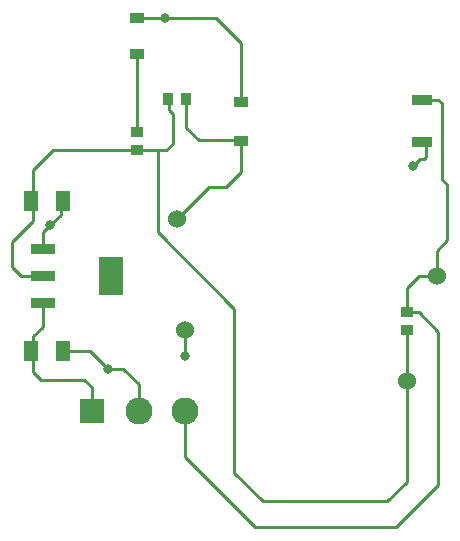
<source format=gbr>
%TF.GenerationSoftware,KiCad,Pcbnew,5.1.10*%
%TF.CreationDate,2021-12-13T06:59:12-07:00*%
%TF.ProjectId,L0004-Photogate,4c303030-342d-4506-986f-746f67617465,rev?*%
%TF.SameCoordinates,Original*%
%TF.FileFunction,Copper,L1,Top*%
%TF.FilePolarity,Positive*%
%FSLAX46Y46*%
G04 Gerber Fmt 4.6, Leading zero omitted, Abs format (unit mm)*
G04 Created by KiCad (PCBNEW 5.1.10) date 2021-12-13 06:59:12*
%MOMM*%
%LPD*%
G01*
G04 APERTURE LIST*
%TA.AperFunction,SMDPad,CuDef*%
%ADD10R,1.295400X0.965200*%
%TD*%
%TA.AperFunction,SMDPad,CuDef*%
%ADD11R,1.020000X0.940000*%
%TD*%
%TA.AperFunction,SMDPad,CuDef*%
%ADD12R,0.940000X1.020000*%
%TD*%
%TA.AperFunction,ComponentPad*%
%ADD13R,2.050000X2.050000*%
%TD*%
%TA.AperFunction,ComponentPad*%
%ADD14C,2.286000*%
%TD*%
%TA.AperFunction,SMDPad,CuDef*%
%ADD15R,2.150000X0.950000*%
%TD*%
%TA.AperFunction,SMDPad,CuDef*%
%ADD16R,2.150000X3.250000*%
%TD*%
%TA.AperFunction,SMDPad,CuDef*%
%ADD17R,1.700000X0.900000*%
%TD*%
%TA.AperFunction,SMDPad,CuDef*%
%ADD18R,1.200000X0.900000*%
%TD*%
%TA.AperFunction,SMDPad,CuDef*%
%ADD19R,1.270000X1.778000*%
%TD*%
%TA.AperFunction,SMDPad,CuDef*%
%ADD20C,1.524000*%
%TD*%
%TA.AperFunction,ViaPad*%
%ADD21C,0.800000*%
%TD*%
%TA.AperFunction,Conductor*%
%ADD22C,0.250000*%
%TD*%
G04 APERTURE END LIST*
D10*
%TO.P,D1,1*%
%TO.N,Earth*%
X109220000Y-70866000D03*
%TO.P,D1,2*%
%TO.N,Net-(D1-Pad2)*%
X109220000Y-73914000D03*
%TD*%
D11*
%TO.P,R3,2*%
%TO.N,VALVEPOS*%
X132080000Y-95730000D03*
%TO.P,R3,1*%
%TO.N,3.3V*%
X132080000Y-97310000D03*
%TD*%
D12*
%TO.P,R2,2*%
%TO.N,Net-(D2-Pad1)*%
X113408520Y-77683360D03*
%TO.P,R2,1*%
%TO.N,3.3V*%
X111828520Y-77683360D03*
%TD*%
D11*
%TO.P,R1,2*%
%TO.N,Net-(D1-Pad2)*%
X109220000Y-80490000D03*
%TO.P,R1,1*%
%TO.N,3.3V*%
X109220000Y-82070000D03*
%TD*%
D13*
%TO.P,P1,1*%
%TO.N,VIN*%
X105410000Y-104140000D03*
D14*
%TO.P,P1,2*%
%TO.N,Earth*%
X109370000Y-104140000D03*
%TO.P,P1,3*%
%TO.N,VALVEPOS*%
X113330000Y-104140000D03*
%TD*%
D15*
%TO.P,U1,1*%
%TO.N,Earth*%
X101240000Y-90410000D03*
%TO.P,U1,2*%
%TO.N,3.3V*%
X101240000Y-92710000D03*
%TO.P,U1,3*%
%TO.N,VIN*%
X101240000Y-95010000D03*
D16*
%TO.P,U1,4*%
%TO.N,Net-(U1-Pad4)*%
X107040000Y-92710000D03*
%TD*%
D17*
%TO.P,Q1,1*%
%TO.N,Earth*%
X133350000Y-81340000D03*
%TO.P,Q1,2*%
%TO.N,VALVEPOS*%
X133350000Y-77840000D03*
%TD*%
D18*
%TO.P,D2,2*%
%TO.N,Earth*%
X118018560Y-77940000D03*
%TO.P,D2,1*%
%TO.N,Net-(D2-Pad1)*%
X118018560Y-81240000D03*
%TD*%
D19*
%TO.P,C1,1*%
%TO.N,VIN*%
X100279200Y-99060000D03*
%TO.P,C1,2*%
%TO.N,Earth*%
X102920800Y-99060000D03*
%TD*%
%TO.P,C2,1*%
%TO.N,3.3V*%
X100279200Y-86360000D03*
%TO.P,C2,2*%
%TO.N,Earth*%
X102920800Y-86360000D03*
%TD*%
D20*
%TO.P,TP1,1*%
%TO.N,3.3V*%
X132080000Y-101600000D03*
%TD*%
%TO.P,TP2,1*%
%TO.N,Net-(D2-Pad1)*%
X112649000Y-87884000D03*
%TD*%
%TO.P,TP3,1*%
%TO.N,Earth*%
X113284000Y-97282000D03*
%TD*%
%TO.P,TP4,1*%
%TO.N,VALVEPOS*%
X134620000Y-92710000D03*
%TD*%
D21*
%TO.N,Earth*%
X106807000Y-100584000D03*
X111633000Y-70866000D03*
X113284000Y-99441000D03*
X101854000Y-88392000D03*
X132598160Y-83403440D03*
%TD*%
D22*
%TO.N,Earth*%
X113284000Y-97282000D02*
X113284000Y-99441000D01*
X109220000Y-70866000D02*
X111633000Y-70866000D01*
X105283000Y-99060000D02*
X106807000Y-100584000D01*
X102749722Y-99060000D02*
X105283000Y-99060000D01*
X101240000Y-89006000D02*
X101854000Y-88392000D01*
X101240000Y-90410000D02*
X101240000Y-89006000D01*
X109370000Y-104140000D02*
X109370000Y-101877000D01*
X108077000Y-100584000D02*
X106807000Y-100584000D01*
X109370000Y-101877000D02*
X108077000Y-100584000D01*
X102749722Y-87496278D02*
X101854000Y-88392000D01*
X102749722Y-86360000D02*
X102749722Y-87496278D01*
X118018560Y-77940000D02*
X118018560Y-73009760D01*
X115874800Y-70866000D02*
X111633000Y-70866000D01*
X118018560Y-73009760D02*
X115874800Y-70866000D01*
X132598160Y-83403440D02*
X133212840Y-82788760D01*
X133212840Y-82788760D02*
X133512560Y-82788760D01*
X133512560Y-82788760D02*
X133654800Y-82646520D01*
X133654800Y-82646520D02*
X133654800Y-81457800D01*
%TO.N,VIN*%
X105410000Y-104140000D02*
X105410000Y-104019722D01*
X100450278Y-99060000D02*
X100450278Y-97796722D01*
X101240000Y-97007000D02*
X101240000Y-95010000D01*
X100450278Y-97796722D02*
X101240000Y-97007000D01*
X105410000Y-104140000D02*
X105410000Y-102108000D01*
X105410000Y-102108000D02*
X104775000Y-101473000D01*
X104775000Y-101473000D02*
X101092000Y-101473000D01*
X100450278Y-100831278D02*
X100450278Y-99060000D01*
X101092000Y-101473000D02*
X100450278Y-100831278D01*
%TO.N,3.3V*%
X132080000Y-101600000D02*
X132080000Y-97310000D01*
X100450278Y-83699722D02*
X100450278Y-86360000D01*
X102080000Y-82070000D02*
X100450278Y-83699722D01*
X109220000Y-82070000D02*
X102080000Y-82070000D01*
X101240000Y-92710000D02*
X99441000Y-92710000D01*
X99441000Y-92710000D02*
X98679000Y-91948000D01*
X98679000Y-91948000D02*
X98679000Y-89789000D01*
X100450278Y-88017722D02*
X100450278Y-86360000D01*
X98679000Y-89789000D02*
X100450278Y-88017722D01*
X110970000Y-82070000D02*
X110970000Y-88999000D01*
X109220000Y-82070000D02*
X110970000Y-82070000D01*
X110970000Y-88999000D02*
X117475000Y-95504000D01*
X117475000Y-95504000D02*
X117475000Y-109347000D01*
X117475000Y-109347000D02*
X119888000Y-111760000D01*
X119888000Y-111760000D02*
X130429000Y-111760000D01*
X132080000Y-110109000D02*
X132080000Y-101600000D01*
X130429000Y-111760000D02*
X132080000Y-110109000D01*
X110970000Y-82070000D02*
X111478000Y-82070000D01*
X111478000Y-82070000D02*
X111691360Y-82070000D01*
X111691360Y-82070000D02*
X112257840Y-81503520D01*
X112257840Y-81503520D02*
X112257840Y-78994000D01*
X112257840Y-78994000D02*
X111917480Y-78653640D01*
X111917480Y-78653640D02*
X111917480Y-77942440D01*
%TO.N,Net-(D1-Pad2)*%
X109220000Y-73914000D02*
X109220000Y-80490000D01*
%TO.N,Net-(D2-Pad1)*%
X112650000Y-87883000D02*
X112649000Y-87884000D01*
X112649000Y-87884000D02*
X115346480Y-85186520D01*
X115346480Y-85186520D02*
X116763800Y-85186520D01*
X116763800Y-85186520D02*
X118028720Y-83921600D01*
X118028720Y-83921600D02*
X118028720Y-81264760D01*
X113408520Y-77683360D02*
X113408520Y-80180240D01*
X113408520Y-80180240D02*
X114442240Y-81213960D01*
X114442240Y-81213960D02*
X117815360Y-81213960D01*
%TO.N,VALVEPOS*%
X113330000Y-104140000D02*
X113330000Y-107996000D01*
X113330000Y-107996000D02*
X119253000Y-113919000D01*
X119253000Y-113919000D02*
X131191000Y-113919000D01*
X131191000Y-113919000D02*
X134747000Y-110363000D01*
X134747000Y-110363000D02*
X134747000Y-97409000D01*
X133068000Y-95730000D02*
X132080000Y-95730000D01*
X134747000Y-97409000D02*
X133068000Y-95730000D01*
X132080000Y-95730000D02*
X132080000Y-93726000D01*
X133096000Y-92710000D02*
X134620000Y-92710000D01*
X132080000Y-93726000D02*
X133096000Y-92710000D01*
X135029000Y-84483000D02*
X135509000Y-84963000D01*
X135509000Y-84963000D02*
X135509000Y-89662000D01*
X134620000Y-90551000D02*
X134620000Y-92710000D01*
X135509000Y-89662000D02*
X134620000Y-90551000D01*
X135029000Y-84483000D02*
X135029000Y-78056800D01*
X135029000Y-78056800D02*
X134736840Y-77764640D01*
X134736840Y-77764640D02*
X133695440Y-77764640D01*
%TD*%
M02*

</source>
